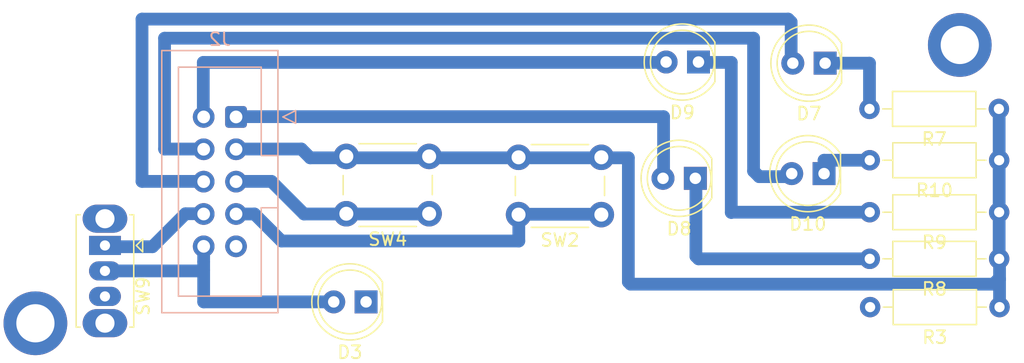
<source format=kicad_pcb>
(kicad_pcb (version 20240108) (generator "pcbnew") (generator_version "8.0")
  (layers (0 "F.Cu" signal) (31 "B.Cu" signal) (34 "B.Paste" user) (35 "F.Paste" user) (36 "B.SilkS" user "B.Silkscreen") (37 "F.SilkS" user "F.Silkscreen") (38 "B.Mask" user) (39 "F.Mask" user) (44 "Edge.Cuts" user))
  (net 0 "")
  (net 1 "Net-(D3-A)")
  (net 2 "Net-(D3-K)")
  (net 3 "GND")
  (net 4 "Net-(D7-K)")
  (net 5 "Net-(D7-A)")
  (net 6 "Net-(D8-A)")
  (net 7 "Net-(D8-K)")
  (net 8 "Net-(D9-K)")
  (net 9 "Net-(D9-A)")
  (net 10 "Net-(D10-A)")
  (net 11 "Net-(D10-K)")
  (net 12 "Net-(J2-Pin_5)")
  (net 13 "Net-(J2-Pin_7)")
  (net 14 "Net-(J2-Pin_8)")
  (footprint "LED_THT:LED_D5.0mm" (layer "F.Cu") (at 204.405 77.39 180)
    (property "Reference" "D9" (at 1.27 -3.96 180) (layer "F.SilkS"))
    (property "Value" "LED")
    (fp_line (start -1.29 -1.545) (end -1.29 1.545) (stroke (width 0.12)) (layer "F.SilkS"))
    (fp_arc (start 4.26 -0.000462) (mid 2.072002 2.880433) (end -1.29 1.54483) (stroke (width 0.12)) (layer "F.SilkS"))
    (fp_arc (start -1.29 -1.54483) (mid 2.072002 -2.880433) (end 4.26 0.000462) (stroke (width 0.12)) (layer "F.SilkS"))
    (fp_circle (center 1.27 0) (end 3.77 0) (stroke (width 0.12)) (fill none) (layer "F.SilkS"))
    (pad "1" thru_hole rect (at 0 0 180) (size 1.8 1.8) (drill 0.9) (layers "*.Cu" "*.Mask") (net 8 "Net-(D9-K)"))
    (pad "2" thru_hole circle (at 2.54 0 180) (size 1.8 1.8) (drill 0.9) (layers "*.Cu" "*.Mask") (net 9 "Net-(D9-A)"))
  )
  (footprint "Button_Switch_THT:SW_PUSH_6mm" (layer "F.Cu") (at 183.26 89.3 180)
    (property "Reference" "SW4" (at 3.25 -2 180) (layer "F.SilkS"))
    (property "Value" "SW_Push")
    (fp_line (start 6.75 3) (end 6.75 1.5) (stroke (width 0.12)) (layer "F.SilkS"))
    (fp_line (start 5.5 -1) (end 1 -1) (stroke (width 0.12)) (layer "F.SilkS"))
    (fp_line (start 1 5.5) (end 5.5 5.5) (stroke (width 0.12)) (layer "F.SilkS"))
    (fp_line (start -0.25 1.5) (end -0.25 3) (stroke (width 0.12)) (layer "F.SilkS"))
    (pad "1" thru_hole circle (at 0 0 270) (size 2 2) (drill 1.1) (layers "*.Cu" "*.Mask") (net 12 "Net-(J2-Pin_5)"))
    (pad "1" thru_hole circle (at 6.5 0 270) (size 2 2) (drill 1.1) (layers "*.Cu" "*.Mask") (net 12 "Net-(J2-Pin_5)"))
    (pad "2" thru_hole circle (at 0 4.5 270) (size 2 2) (drill 1.1) (layers "*.Cu" "*.Mask") (net 3 "GND"))
    (pad "2" thru_hole circle (at 6.5 4.5 270) (size 2 2) (drill 1.1) (layers "*.Cu" "*.Mask") (net 3 "GND"))
  )
  (footprint "Button_Switch_THT:SW_Slide_SPDT_Straight_CK_OS102011MS2Q" (layer "F.Cu") (at 157.81 91.79 -90)
    (property "Reference" "SW9" (at 3.99 -2.99 90) (layer "F.SilkS"))
    (property "Value" "SW_SPST")
    (fp_line (start -2.41 2.26) (end -2.41 1.95) (stroke (width 0.12)) (layer "F.SilkS"))
    (fp_line (start 6.41 2.26) (end -2.41 2.26) (stroke (width 0.12)) (layer "F.SilkS"))
    (fp_line (start 6.41 2.26) (end 6.41 1.95) (stroke (width 0.12)) (layer "F.SilkS"))
    (fp_line (start -2.41 -1.95) (end -2.41 -2.26) (stroke (width 0.12)) (layer "F.SilkS"))
    (fp_line (start -2.41 -2.26) (end 6.41 -2.26) (stroke (width 0.12)) (layer "F.SilkS"))
    (fp_line (start 6.41 -2.26) (end 6.41 -1.95) (stroke (width 0.12)) (layer "F.SilkS"))
    (fp_line (start 0 -2.46) (end 0.5 -2.96) (stroke (width 0.12)) (layer "F.SilkS"))
    (fp_line (start -0.5 -2.96) (end 0 -2.46) (stroke (width 0.12)) (layer "F.SilkS"))
    (fp_line (start 0.5 -2.96) (end -0.5 -2.96) (stroke (width 0.12)) (layer "F.SilkS"))
    (pad "" thru_hole oval (at -2.1 0 270) (size 2.2 3.5) (drill 1.5) (layers "*.Cu" "*.Mask"))
    (pad "" thru_hole oval (at 6.1 0 270) (size 2.2 3.5) (drill 1.5) (layers "*.Cu" "*.Mask"))
    (pad "1" thru_hole rect (at 0 0 270) (size 1.5 2.5) (drill 0.8) (layers "*.Cu" "*.Mask") (net 14 "Net-(J2-Pin_8)"))
    (pad "2" thru_hole oval (at 2 0 270) (size 1.5 2.5) (drill 0.8) (layers "*.Cu" "*.Mask") (net 1 "Net-(D3-A)"))
    (pad "3" thru_hole oval (at 4 0 270) (size 1.5 2.5) (drill 0.8) (layers "*.Cu" "*.Mask"))
  )
  (footprint "Resistor_THT:R_Axial_DIN0207_L6.3mm_D2.5mm_P10.16mm_Horizontal" (layer "F.Cu") (at 227.99 81.07 180)
    (property "Reference" "R7" (at 5.08 -2.37 180) (layer "F.SilkS"))
    (property "Value" "R_US")
    (fp_line (start 9.12 0) (end 8.35 0) (stroke (width 0.12)) (layer "F.SilkS"))
    (fp_line (start 8.35 1.37) (end 8.35 -1.37) (stroke (width 0.12)) (layer "F.SilkS"))
    (fp_line (start 8.35 -1.37) (end 1.81 -1.37) (stroke (width 0.12)) (layer "F.SilkS"))
    (fp_line (start 1.81 1.37) (end 8.35 1.37) (stroke (width 0.12)) (layer "F.SilkS"))
    (fp_line (start 1.81 -1.37) (end 1.81 1.37) (stroke (width 0.12)) (layer "F.SilkS"))
    (fp_line (start 1.04 0) (end 1.81 0) (stroke (width 0.12)) (layer "F.SilkS"))
    (pad "1" thru_hole circle (at 0 0 180) (size 1.6 1.6) (drill 0.8) (layers "*.Cu" "*.Mask") (net 3 "GND"))
    (pad "2" thru_hole oval (at 10.16 0 180) (size 1.6 1.6) (drill 0.8) (layers "*.Cu" "*.Mask") (net 4 "Net-(D7-K)"))
  )
  (footprint "Resistor_THT:R_Axial_DIN0207_L6.3mm_D2.5mm_P10.16mm_Horizontal" (layer "F.Cu") (at 228.01 89.18 180)
    (property "Reference" "R9" (at 5.08 -2.37 180) (layer "F.SilkS"))
    (property "Value" "R_US")
    (fp_line (start 9.12 0) (end 8.35 0) (stroke (width 0.12)) (layer "F.SilkS"))
    (fp_line (start 8.35 1.37) (end 8.35 -1.37) (stroke (width 0.12)) (layer "F.SilkS"))
    (fp_line (start 8.35 -1.37) (end 1.81 -1.37) (stroke (width 0.12)) (layer "F.SilkS"))
    (fp_line (start 1.81 1.37) (end 8.35 1.37) (stroke (width 0.12)) (layer "F.SilkS"))
    (fp_line (start 1.81 -1.37) (end 1.81 1.37) (stroke (width 0.12)) (layer "F.SilkS"))
    (fp_line (start 1.04 0) (end 1.81 0) (stroke (width 0.12)) (layer "F.SilkS"))
    (pad "1" thru_hole circle (at 0 0 180) (size 1.6 1.6) (drill 0.8) (layers "*.Cu" "*.Mask") (net 3 "GND"))
    (pad "2" thru_hole oval (at 10.16 0 180) (size 1.6 1.6) (drill 0.8) (layers "*.Cu" "*.Mask") (net 8 "Net-(D9-K)"))
  )
  (footprint "Resistor_THT:R_Axial_DIN0207_L6.3mm_D2.5mm_P10.16mm_Horizontal" (layer "F.Cu") (at 228.04 96.63 180)
    (property "Reference" "R3" (at 5.08 -2.37 180) (layer "F.SilkS"))
    (property "Value" "R_US")
    (fp_line (start 9.12 0) (end 8.35 0) (stroke (width 0.12)) (layer "F.SilkS"))
    (fp_line (start 8.35 1.37) (end 8.35 -1.37) (stroke (width 0.12)) (layer "F.SilkS"))
    (fp_line (start 8.35 -1.37) (end 1.81 -1.37) (stroke (width 0.12)) (layer "F.SilkS"))
    (fp_line (start 1.81 1.37) (end 8.35 1.37) (stroke (width 0.12)) (layer "F.SilkS"))
    (fp_line (start 1.81 -1.37) (end 1.81 1.37) (stroke (width 0.12)) (layer "F.SilkS"))
    (fp_line (start 1.04 0) (end 1.81 0) (stroke (width 0.12)) (layer "F.SilkS"))
    (pad "1" thru_hole circle (at 0 0 180) (size 1.6 1.6) (drill 0.8) (layers "*.Cu" "*.Mask") (net 3 "GND"))
    (pad "2" thru_hole oval (at 10.16 0 180) (size 1.6 1.6) (drill 0.8) (layers "*.Cu" "*.Mask") (net 2 "Net-(D3-K)"))
  )
  (footprint "LED_THT:LED_D5.0mm" (layer "F.Cu") (at 204.16 86.52 180)
    (property "Reference" "D8" (at 1.27 -3.96 180) (layer "F.SilkS"))
    (property "Value" "LED")
    (fp_line (start -1.29 -1.545) (end -1.29 1.545) (stroke (width 0.12)) (layer "F.SilkS"))
    (fp_arc (start 4.26 -0.000462) (mid 2.072002 2.880433) (end -1.29 1.54483) (stroke (width 0.12)) (layer "F.SilkS"))
    (fp_arc (start -1.29 -1.54483) (mid 2.072002 -2.880433) (end 4.26 0.000462) (stroke (width 0.12)) (layer "F.SilkS"))
    (fp_circle (center 1.27 0) (end 3.77 0) (stroke (width 0.12)) (fill none) (layer "F.SilkS"))
    (pad "1" thru_hole rect (at 0 0 180) (size 1.8 1.8) (drill 0.9) (layers "*.Cu" "*.Mask") (net 7 "Net-(D8-K)"))
    (pad "2" thru_hole circle (at 2.54 0 180) (size 1.8 1.8) (drill 0.9) (layers "*.Cu" "*.Mask") (net 6 "Net-(D8-A)"))
  )
  (footprint "Resistor_THT:R_Axial_DIN0207_L6.3mm_D2.5mm_P10.16mm_Horizontal" (layer "F.Cu") (at 228.01 85.1 180)
    (property "Reference" "R10" (at 5.08 -2.37 180) (layer "F.SilkS"))
    (property "Value" "R_US")
    (fp_line (start 9.12 0) (end 8.35 0) (stroke (width 0.12)) (layer "F.SilkS"))
    (fp_line (start 8.35 1.37) (end 8.35 -1.37) (stroke (width 0.12)) (layer "F.SilkS"))
    (fp_line (start 8.35 -1.37) (end 1.81 -1.37) (stroke (width 0.12)) (layer "F.SilkS"))
    (fp_line (start 1.81 1.37) (end 8.35 1.37) (stroke (width 0.12)) (layer "F.SilkS"))
    (fp_line (start 1.81 -1.37) (end 1.81 1.37) (stroke (width 0.12)) (layer "F.SilkS"))
    (fp_line (start 1.04 0) (end 1.81 0) (stroke (width 0.12)) (layer "F.SilkS"))
    (pad "1" thru_hole circle (at 0 0 180) (size 1.6 1.6) (drill 0.8) (layers "*.Cu" "*.Mask") (net 3 "GND"))
    (pad "2" thru_hole oval (at 10.16 0 180) (size 1.6 1.6) (drill 0.8) (layers "*.Cu" "*.Mask") (net 11 "Net-(D10-K)"))
  )
  (footprint "LED_THT:LED_D5.0mm" (layer "F.Cu") (at 214.265 86.15 180)
    (property "Reference" "D10" (at 1.27 -3.96 180) (layer "F.SilkS"))
    (property "Value" "LED")
    (fp_line (start -1.29 -1.545) (end -1.29 1.545) (stroke (width 0.12)) (layer "F.SilkS"))
    (fp_arc (start 4.26 -0.000462) (mid 2.072002 2.880433) (end -1.29 1.54483) (stroke (width 0.12)) (layer "F.SilkS"))
    (fp_arc (start -1.29 -1.54483) (mid 2.072002 -2.880433) (end 4.26 0.000462) (stroke (width 0.12)) (layer "F.SilkS"))
    (fp_circle (center 1.27 0) (end 3.77 0) (stroke (width 0.12)) (fill none) (layer "F.SilkS"))
    (pad "1" thru_hole rect (at 0 0 180) (size 1.8 1.8) (drill 0.9) (layers "*.Cu" "*.Mask") (net 11 "Net-(D10-K)"))
    (pad "2" thru_hole circle (at 2.54 0 180) (size 1.8 1.8) (drill 0.9) (layers "*.Cu" "*.Mask") (net 10 "Net-(D10-A)"))
  )
  (footprint "Button_Switch_THT:SW_PUSH_6mm" (layer "F.Cu") (at 196.78 89.37 180)
    (property "Reference" "SW2" (at 3.25 -2 180) (layer "F.SilkS"))
    (property "Value" "SW_Push")
    (fp_line (start 6.75 3) (end 6.75 1.5) (stroke (width 0.12)) (layer "F.SilkS"))
    (fp_line (start 5.5 -1) (end 1 -1) (stroke (width 0.12)) (layer "F.SilkS"))
    (fp_line (start 1 5.5) (end 5.5 5.5) (stroke (width 0.12)) (layer "F.SilkS"))
    (fp_line (start -0.25 1.5) (end -0.25 3) (stroke (width 0.12)) (layer "F.SilkS"))
    (pad "1" thru_hole circle (at 0 0 270) (size 2 2) (drill 1.1) (layers "*.Cu" "*.Mask") (net 13 "Net-(J2-Pin_7)"))
    (pad "1" thru_hole circle (at 6.5 0 270) (size 2 2) (drill 1.1) (layers "*.Cu" "*.Mask") (net 13 "Net-(J2-Pin_7)"))
    (pad "2" thru_hole circle (at 0 4.5 270) (size 2 2) (drill 1.1) (layers "*.Cu" "*.Mask") (net 3 "GND"))
    (pad "2" thru_hole circle (at 6.5 4.5 270) (size 2 2) (drill 1.1) (layers "*.Cu" "*.Mask") (net 3 "GND"))
  )
  (footprint "LED_THT:LED_D5.0mm" (layer "F.Cu") (at 214.35 77.48 180)
    (property "Reference" "D7" (at 1.27 -3.96 180) (layer "F.SilkS"))
    (property "Value" "LED")
    (fp_line (start -1.29 -1.545) (end -1.29 1.545) (stroke (width 0.12)) (layer "F.SilkS"))
    (fp_arc (start 4.26 -0.000462) (mid 2.072002 2.880433) (end -1.29 1.54483) (stroke (width 0.12)) (layer "F.SilkS"))
    (fp_arc (start -1.29 -1.54483) (mid 2.072002 -2.880433) (end 4.26 0.000462) (stroke (width 0.12)) (layer "F.SilkS"))
    (fp_circle (center 1.27 0) (end 3.77 0) (stroke (width 0.12)) (fill none) (layer "F.SilkS"))
    (pad "1" thru_hole rect (at 0 0 180) (size 1.8 1.8) (drill 0.9) (layers "*.Cu" "*.Mask") (net 4 "Net-(D7-K)"))
    (pad "2" thru_hole circle (at 2.54 0 180) (size 1.8 1.8) (drill 0.9) (layers "*.Cu" "*.Mask") (net 5 "Net-(D7-A)"))
  )
  (footprint "Resistor_THT:R_Axial_DIN0207_L6.3mm_D2.5mm_P10.16mm_Horizontal" (layer "F.Cu") (at 228.01 92.84 180)
    (property "Reference" "R8" (at 5.08 -2.37 180) (layer "F.SilkS"))
    (property "Value" "R_US")
    (fp_line (start 9.12 0) (end 8.35 0) (stroke (width 0.12)) (layer "F.SilkS"))
    (fp_line (start 8.35 1.37) (end 8.35 -1.37) (stroke (width 0.12)) (layer "F.SilkS"))
    (fp_line (start 8.35 -1.37) (end 1.81 -1.37) (stroke (width 0.12)) (layer "F.SilkS"))
    (fp_line (start 1.81 1.37) (end 8.35 1.37) (stroke (width 0.12)) (layer "F.SilkS"))
    (fp_line (start 1.81 -1.37) (end 1.81 1.37) (stroke (width 0.12)) (layer "F.SilkS"))
    (fp_line (start 1.04 0) (end 1.81 0) (stroke (width 0.12)) (layer "F.SilkS"))
    (pad "1" thru_hole circle (at 0 0 180) (size 1.6 1.6) (drill 0.8) (layers "*.Cu" "*.Mask") (net 3 "GND"))
    (pad "2" thru_hole oval (at 10.16 0 180) (size 1.6 1.6) (drill 0.8) (layers "*.Cu" "*.Mask") (net 7 "Net-(D8-K)"))
  )
  (footprint "LED_THT:LED_D5.0mm" (layer "F.Cu") (at 178.31 96.22 180)
    (property "Reference" "D3" (at 1.27 -3.96 180) (layer "F.SilkS"))
    (property "Value" "LED")
    (fp_line (start -1.29 -1.545) (end -1.29 1.545) (stroke (width 0.12)) (layer "F.SilkS"))
    (fp_arc (start 4.26 -0.000462) (mid 2.072002 2.880433) (end -1.29 1.54483) (stroke (width 0.12)) (layer "F.SilkS"))
    (fp_arc (start -1.29 -1.54483) (mid 2.072002 -2.880433) (end 4.26 0.000462) (stroke (width 0.12)) (layer "F.SilkS"))
    (fp_circle (center 1.27 0) (end 3.77 0) (stroke (width 0.12)) (fill none) (layer "F.SilkS"))
    (pad "1" thru_hole rect (at 0 0 180) (size 1.8 1.8) (drill 0.9) (layers "*.Cu" "*.Mask") (net 2 "Net-(D3-K)"))
    (pad "2" thru_hole circle (at 2.54 0 180) (size 1.8 1.8) (drill 0.9) (layers "*.Cu" "*.Mask") (net 1 "Net-(D3-A)"))
  )
  (footprint "Connector_IDC:IDC-Header_2x05_P2.54mm_Vertical" (layer "B.Cu") (at 168.1 81.7 180)
    (property "Reference" "J2" (at 1.27 6.1 180) (layer "B.SilkS") (effects (justify mirror)))
    (property "Value" "Conn_02x05_Counter_Clockwise")
    (fp_line (start 5.83 5.21) (end -3.29 5.21) (stroke (width 0.12)) (layer "B.SilkS"))
    (fp_line (start 5.83 -15.37) (end 5.83 5.21) (stroke (width 0.12)) (layer "B.SilkS"))
    (fp_line (start 4.52 3.91) (end -1.98 3.91) (stroke (width 0.12)) (layer "B.SilkS"))
    (fp_line (start 4.52 -14.07) (end 4.52 3.91) (stroke (width 0.12)) (layer "B.SilkS"))
    (fp_line (start -1.98 3.91) (end -1.98 -3.03) (stroke (width 0.12)) (layer "B.SilkS"))
    (fp_line (start -1.98 -3.03) (end -3.29 -3.03) (stroke (width 0.12)) (layer "B.SilkS"))
    (fp_line (start -1.98 -7.13) (end -1.98 -7.13) (stroke (width 0.12)) (layer "B.SilkS"))
    (fp_line (start -1.98 -7.13) (end -1.98 -14.07) (stroke (width 0.12)) (layer "B.SilkS"))
    (fp_line (start -1.98 -14.07) (end 4.52 -14.07) (stroke (width 0.12)) (layer "B.SilkS"))
    (fp_line (start -3.29 5.21) (end -3.29 -15.37) (stroke (width 0.12)) (layer "B.SilkS"))
    (fp_line (start -3.29 -7.13) (end -1.98 -7.13) (stroke (width 0.12)) (layer "B.SilkS"))
    (fp_line (start -3.29 -15.37) (end 5.83 -15.37) (stroke (width 0.12)) (layer "B.SilkS"))
    (fp_line (start -3.68 0) (end -4.68 -0.5) (stroke (width 0.12)) (layer "B.SilkS"))
    (fp_line (start -4.68 0.5) (end -3.68 0) (stroke (width 0.12)) (layer "B.SilkS"))
    (fp_line (start -4.68 -0.5) (end -4.68 0.5) (stroke (width 0.12)) (layer "B.SilkS"))
    (pad "1" thru_hole roundrect (at 0 0 180) (size 1.7 1.7) (drill 1) (layers "*.Cu" "*.Mask") (roundrect_rratio 0.147059) (net 6 "Net-(D8-A)"))
    (pad "2" thru_hole circle (at 2.54 0 180) (size 1.7 1.7) (drill 1) (layers "*.Cu" "*.Mask") (net 9 "Net-(D9-A)"))
    (pad "3" thru_hole circle (at 0 -2.54 180) (size 1.7 1.7) (drill 1) (layers "*.Cu" "*.Mask") (net 3 "GND"))
    (pad "4" thru_hole circle (at 2.54 -2.54 180) (size 1.7 1.7) (drill 1) (layers "*.Cu" "*.Mask") (net 10 "Net-(D10-A)"))
    (pad "5" thru_hole circle (at 0 -5.08 180) (size 1.7 1.7) (drill 1) (layers "*.Cu" "*.Mask") (net 12 "Net-(J2-Pin_5)"))
    (pad "6" thru_hole circle (at 2.54 -5.08 180) (size 1.7 1.7) (drill 1) (layers "*.Cu" "*.Mask") (net 5 "Net-(D7-A)"))
    (pad "7" thru_hole circle (at 0 -7.62 180) (size 1.7 1.7) (drill 1) (layers "*.Cu" "*.Mask") (net 13 "Net-(J2-Pin_7)"))
    (pad "8" thru_hole circle (at 2.54 -7.62 180) (size 1.7 1.7) (drill 1) (layers "*.Cu" "*.Mask") (net 14 "Net-(J2-Pin_8)"))
    (pad "9" thru_hole circle (at 0 -10.16 180) (size 1.7 1.7) (drill 1) (layers "*.Cu" "*.Mask"))
    (pad "10" thru_hole circle (at 2.54 -10.16 180) (size 1.7 1.7) (drill 1) (layers "*.Cu" "*.Mask") (net 1 "Net-(D3-A)"))
  )
  (via (at 224.92 76.05) (size 5) (drill 3) (layers "F.Cu" "B.Cu") (net 0))
  (via (at 152.35 97.9) (size 5) (drill 3) (layers "F.Cu" "B.Cu") (net 0))
  (segment (start 175.77 96.22) (end 165.56 96.22) (width 1) (layer "B.Cu") (net 1))
  (segment (start 165.56 93.062081) (end 165.56 91.86) (width 1) (layer "B.Cu") (net 1))
  (segment (start 165.56 96.22) (end 165.56 93.062081) (width 1) (layer "B.Cu") (net 1))
  (segment (start 157.81 93.79) (end 165.5 93.79) (width 1) (layer "B.Cu") (net 1))
  (segment (start 165.5 93.79) (end 165.56 93.73) (width 1) (layer "B.Cu") (net 1))
  (segment (start 198.9 84.91) (end 198.9 94.65) (width 1) (layer "B.Cu") (net 3))
  (segment (start 228.01 81.09) (end 227.99 81.07) (width 1) (layer "B.Cu") (net 3))
  (segment (start 173.23 84.22) (end 173.92 84.91) (width 1) (layer "B.Cu") (net 3))
  (segment (start 228.04 96.63) (end 228.04 94.44) (width 1) (layer "B.Cu") (net 3))
  (segment (start 227.95 94.44) (end 228.04 94.44) (width 1) (layer "B.Cu") (net 3))
  (segment (start 198.9 94.65) (end 199.08 94.83) (width 1) (layer "B.Cu") (net 3))
  (segment (start 173.92 84.91) (end 198.9 84.91) (width 1) (layer "B.Cu") (net 3))
  (segment (start 227.56 94.83) (end 227.95 94.44) (width 1) (layer "B.Cu") (net 3))
  (segment (start 168.07 84.22) (end 173.23 84.22) (width 1) (layer "B.Cu") (net 3))
  (segment (start 228.04 94.44) (end 228.04 92.87) (width 1) (layer "B.Cu") (net 3))
  (segment (start 228.01 92.84) (end 228.01 81.09) (width 1) (layer "B.Cu") (net 3))
  (segment (start 228.04 92.87) (end 228.01 92.84) (width 1) (layer "B.Cu") (net 3))
  (segment (start 199.08 94.83) (end 227.56 94.83) (width 1) (layer "B.Cu") (net 3))
  (segment (start 217.83 81.07) (end 217.83 77.48) (width 1) (layer "B.Cu") (net 4))
  (segment (start 217.83 77.48) (end 214.35 77.48) (width 1) (layer "B.Cu") (net 4))
  (segment (start 211.45 74.02) (end 160.72 74.02) (width 1) (layer "B.Cu") (net 5))
  (segment (start 160.72 74.02) (end 160.72 86.76) (width 1) (layer "B.Cu") (net 5))
  (segment (start 211.68 74.25) (end 211.45 74.02) (width 1) (layer "B.Cu") (net 5))
  (segment (start 160.72 86.76) (end 165.53 86.76) (width 1) (layer "B.Cu") (net 5))
  (segment (start 211.68 77.55) (end 211.68 74.25) (width 1) (layer "B.Cu") (net 5))
  (segment (start 201.765 86.36) (end 201.665 86.26) (width 1) (layer "B.Cu") (net 6))
  (segment (start 201.665 81.68) (end 168.07 81.68) (width 1) (layer "B.Cu") (net 6))
  (segment (start 201.665 86.26) (end 201.665 81.68) (width 1) (layer "B.Cu") (net 6))
  (segment (start 217.85 92.84) (end 204.405 92.84) (width 1) (layer "B.Cu") (net 7))
  (segment (start 204.405 92.84) (end 204.205 92.64) (width 1) (layer "B.Cu") (net 7))
  (segment (start 204.205 86.46) (end 204.205 92.64) (width 1) (layer "B.Cu") (net 7))
  (segment (start 204.275 77.42) (end 206.98 77.42) (width 1) (layer "B.Cu") (net 8))
  (segment (start 207 89.18) (end 206.98 89.2) (width 1) (layer "B.Cu") (net 8))
  (segment (start 206.98 77.42) (end 206.98 89.2) (width 1) (layer "B.Cu") (net 8))
  (segment (start 217.85 89.18) (end 207 89.18) (width 1) (layer "B.Cu") (net 8))
  (segment (start 201.735 77.42) (end 165.53 77.42) (width 1) (layer "B.Cu") (net 9))
  (segment (start 165.53 77.42) (end 165.53 81.68) (width 1) (layer "B.Cu") (net 9))
  (segment (start 162.49 84.22) (end 165.53 84.22) (width 1) (layer "B.Cu") (net 10))
  (segment (start 208.73 85.95) (end 208.73 75.52) (width 1) (layer "B.Cu") (net 10))
  (segment (start 209.17 86.39) (end 208.73 85.95) (width 1) (layer "B.Cu") (net 10))
  (segment (start 162.49 75.52) (end 162.49 84.22) (width 1) (layer "B.Cu") (net 10))
  (segment (start 208.73 75.52) (end 162.49 75.52) (width 1) (layer "B.Cu") (net 10))
  (segment (start 211.775 86.39) (end 209.17 86.39) (width 1) (layer "B.Cu") (net 10))
  (segment (start 214.265 85.1) (end 214.265 86.15) (width 1) (layer "B.Cu") (net 11))
  (segment (start 217.85 85.1) (end 214.265 85.1) (width 1) (layer "B.Cu") (net 11))
  (segment (start 170.88 86.76) (end 173.44 89.32) (width 1) (layer "B.Cu") (net 12))
  (segment (start 173.44 89.32) (end 182.96 89.32) (width 1) (layer "B.Cu") (net 12))
  (segment (start 168.07 86.76) (end 170.88 86.76) (width 1) (layer "B.Cu") (net 12))
  (segment (start 190.3 91.44) (end 190.3 89.34) (width 1) (layer "B.Cu") (net 13))
  (segment (start 190.3 89.34) (end 196.8 89.34) (width 1) (layer "B.Cu") (net 13))
  (segment (start 190.3 91.44) (end 171.666296 91.44) (width 1) (layer "B.Cu") (net 13))
  (segment (start 169.546296 89.32) (end 168.1 89.32) (width 1) (layer "B.Cu") (net 13))
  (segment (start 171.666296 91.44) (end 169.546296 89.32) (width 1) (layer "B.Cu") (net 13))
  (segment (start 161.54 91.89) (end 158.36 91.89) (width 1) (layer "B.Cu") (net 14))
  (segment (start 165.53 89.3) (end 164.13 89.3) (width 1) (layer "B.Cu") (net 14))
  (segment (start 164.13 89.3) (end 161.54 91.89) (width 1) (layer "B.Cu") (net 14))
)
</source>
